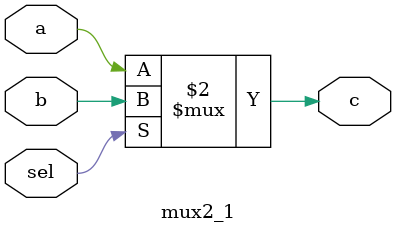
<source format=sv>
/* 
 * This file is part of the Processor Architecture (PA) course project
 * Copyright (c) 2018 Fabio Banchelli.
 * 
 * This program is free software: you can redistribute it and/or modify  
 * it under the terms of the GNU General Public License as published by  
 * the Free Software Foundation, version 3.
 *
 * This program is distributed in the hope that it will be useful, but 
 * WITHOUT ANY WARRANTY; without even the implied warranty of 
 * MERCHANTABILITY or FITNESS FOR A PARTICULAR PURPOSE. See the GNU 
 * General Public License for more details.
 *
 * You should have received a copy of the GNU General Public License 
 * along with this program. If not, see <http://www.gnu.org/licenses/>.
*/

module mux2_1(a, b, sel, c);
parameter LENGTH = 1;

input wire [LENGTH-1:0] a;
input wire [LENGTH-1:0] b;
input wire sel;
output wire [LENGTH-1:0] c;

assign c = (sel == 0)? a : b;

endmodule

</source>
